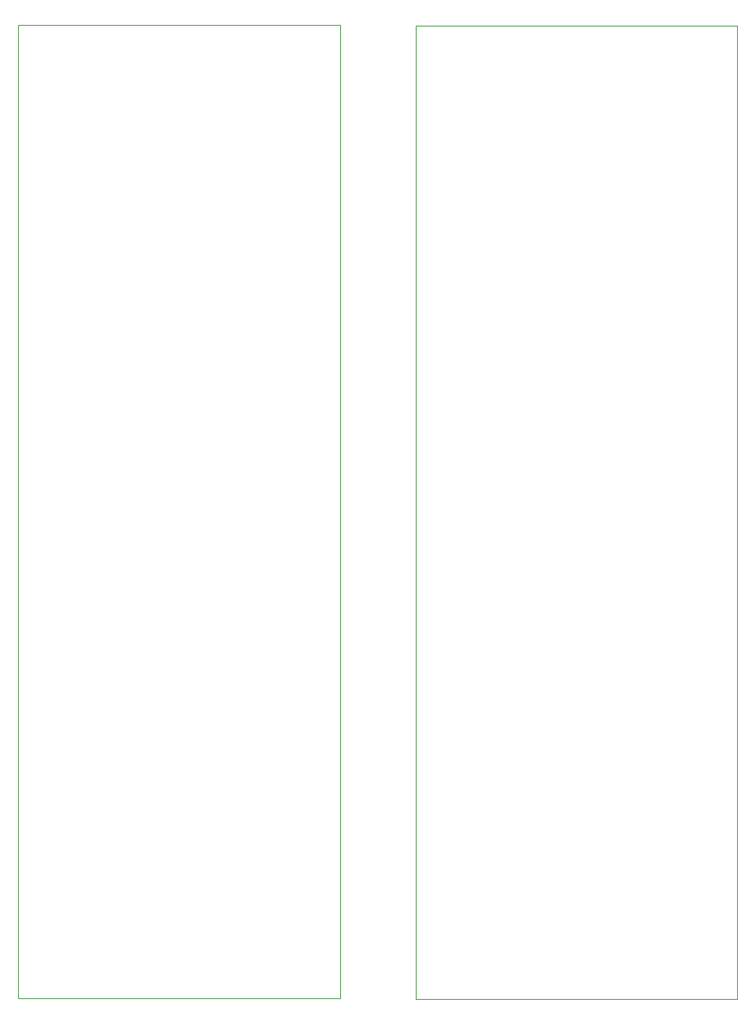
<source format=gbr>
%TF.GenerationSoftware,KiCad,Pcbnew,(6.0.1-0)*%
%TF.CreationDate,2023-01-31T22:38:11+01:00*%
%TF.ProjectId,Yusynth4lfo,59757379-6e74-4683-946c-666f2e6b6963,rev?*%
%TF.SameCoordinates,Original*%
%TF.FileFunction,Profile,NP*%
%FSLAX46Y46*%
G04 Gerber Fmt 4.6, Leading zero omitted, Abs format (unit mm)*
G04 Created by KiCad (PCBNEW (6.0.1-0)) date 2023-01-31 22:38:11*
%MOMM*%
%LPD*%
G01*
G04 APERTURE LIST*
%TA.AperFunction,Profile*%
%ADD10C,0.100000*%
%TD*%
G04 APERTURE END LIST*
D10*
X188390000Y-41900000D02*
X224400000Y-41900000D01*
X224400000Y-41900000D02*
X224400000Y-150900000D01*
X224400000Y-150900000D02*
X188390000Y-150900000D01*
X188390000Y-150900000D02*
X188390000Y-41900000D01*
X143890000Y-41810000D02*
X179900000Y-41810000D01*
X179900000Y-41810000D02*
X179900000Y-150810000D01*
X179900000Y-150810000D02*
X143890000Y-150810000D01*
X143890000Y-150810000D02*
X143890000Y-41810000D01*
M02*

</source>
